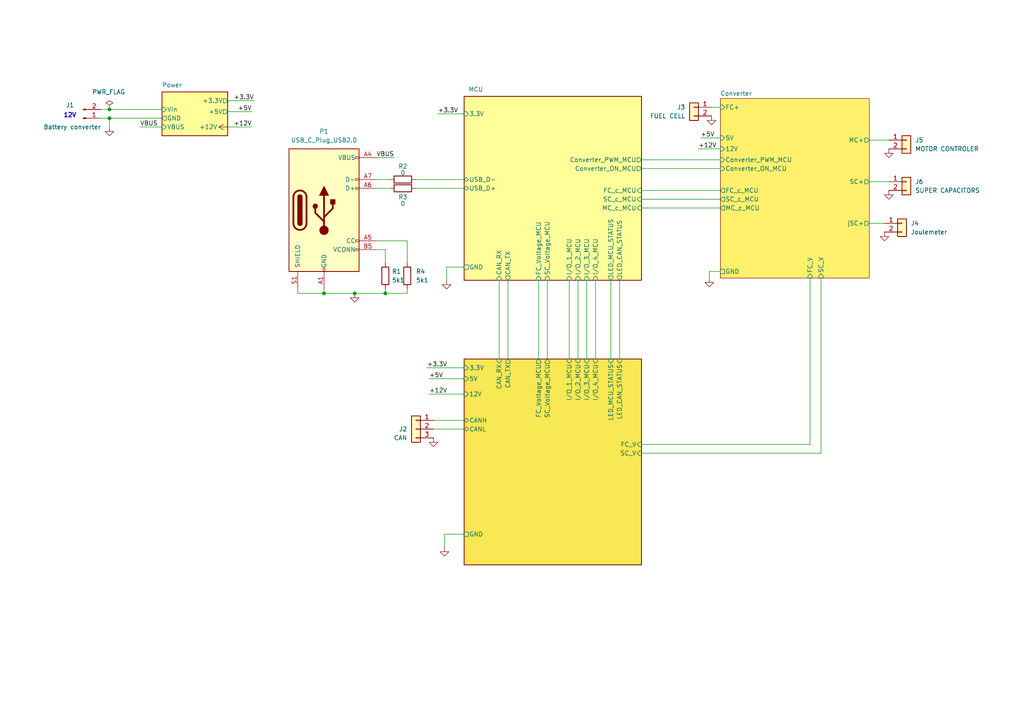
<source format=kicad_sch>
(kicad_sch (version 20230121) (generator eeschema)

  (uuid c9ad7189-d3b2-414a-9743-efd8e57cd755)

  (paper "A4")

  (title_block
    (title "Fuel Cell Control Unit  (FCCU)")
    (date "2024-01-24")
    (rev "1")
    (company "Hydrogreen Pollub")
  )

  (lib_symbols
    (symbol "Connector:Conn_01x02_Pin" (pin_names (offset 1.016) hide) (in_bom yes) (on_board yes)
      (property "Reference" "J" (at 0 2.54 0)
        (effects (font (size 1.27 1.27)))
      )
      (property "Value" "Conn_01x02_Pin" (at 0 -5.08 0)
        (effects (font (size 1.27 1.27)))
      )
      (property "Footprint" "" (at 0 0 0)
        (effects (font (size 1.27 1.27)) hide)
      )
      (property "Datasheet" "~" (at 0 0 0)
        (effects (font (size 1.27 1.27)) hide)
      )
      (property "ki_locked" "" (at 0 0 0)
        (effects (font (size 1.27 1.27)))
      )
      (property "ki_keywords" "connector" (at 0 0 0)
        (effects (font (size 1.27 1.27)) hide)
      )
      (property "ki_description" "Generic connector, single row, 01x02, script generated" (at 0 0 0)
        (effects (font (size 1.27 1.27)) hide)
      )
      (property "ki_fp_filters" "Connector*:*_1x??_*" (at 0 0 0)
        (effects (font (size 1.27 1.27)) hide)
      )
      (symbol "Conn_01x02_Pin_1_1"
        (polyline
          (pts
            (xy 1.27 -2.54)
            (xy 0.8636 -2.54)
          )
          (stroke (width 0.1524) (type default))
          (fill (type none))
        )
        (polyline
          (pts
            (xy 1.27 0)
            (xy 0.8636 0)
          )
          (stroke (width 0.1524) (type default))
          (fill (type none))
        )
        (rectangle (start 0.8636 -2.413) (end 0 -2.667)
          (stroke (width 0.1524) (type default))
          (fill (type outline))
        )
        (rectangle (start 0.8636 0.127) (end 0 -0.127)
          (stroke (width 0.1524) (type default))
          (fill (type outline))
        )
        (pin passive line (at 5.08 0 180) (length 3.81)
          (name "Pin_1" (effects (font (size 1.27 1.27))))
          (number "1" (effects (font (size 1.27 1.27))))
        )
        (pin passive line (at 5.08 -2.54 180) (length 3.81)
          (name "Pin_2" (effects (font (size 1.27 1.27))))
          (number "2" (effects (font (size 1.27 1.27))))
        )
      )
    )
    (symbol "Connector:USB_C_Plug_USB2.0" (pin_names (offset 1.016)) (in_bom yes) (on_board yes)
      (property "Reference" "P2" (at 0 22.86 0)
        (effects (font (size 1.27 1.27)))
      )
      (property "Value" "USB_C_Plug_USB2.0" (at 0 20.32 0)
        (effects (font (size 1.27 1.27)))
      )
      (property "Footprint" "" (at 3.81 0 0)
        (effects (font (size 1.27 1.27)) hide)
      )
      (property "Datasheet" "https://www.usb.org/sites/default/files/documents/usb_type-c.zip" (at 3.81 0 0)
        (effects (font (size 1.27 1.27)) hide)
      )
      (property "ki_keywords" "usb universal serial bus type-C USB2.0" (at 0 0 0)
        (effects (font (size 1.27 1.27)) hide)
      )
      (property "ki_description" "USB 2.0-only Type-C Plug connector" (at 0 0 0)
        (effects (font (size 1.27 1.27)) hide)
      )
      (property "ki_fp_filters" "USB*C*Plug*" (at 0 0 0)
        (effects (font (size 1.27 1.27)) hide)
      )
      (symbol "USB_C_Plug_USB2.0_0_0"
        (rectangle (start -0.254 -17.78) (end 0.254 -16.764)
          (stroke (width 0) (type default))
          (fill (type none))
        )
        (rectangle (start 10.16 -11.176) (end 9.144 -11.684)
          (stroke (width 0) (type default))
          (fill (type none))
        )
        (rectangle (start 10.16 -8.636) (end 9.144 -9.144)
          (stroke (width 0) (type default))
          (fill (type none))
        )
        (rectangle (start 10.16 6.604) (end 9.144 6.096)
          (stroke (width 0) (type default))
          (fill (type none))
        )
        (rectangle (start 10.16 9.144) (end 9.144 8.636)
          (stroke (width 0) (type default))
          (fill (type none))
        )
        (rectangle (start 10.16 15.494) (end 9.144 14.986)
          (stroke (width 0) (type default))
          (fill (type none))
        )
      )
      (symbol "USB_C_Plug_USB2.0_0_1"
        (rectangle (start -10.16 17.78) (end 10.16 -17.78)
          (stroke (width 0.254) (type default))
          (fill (type background))
        )
        (arc (start -8.89 -3.81) (mid -6.985 -5.7067) (end -5.08 -3.81)
          (stroke (width 0.508) (type default))
          (fill (type none))
        )
        (arc (start -7.62 -3.81) (mid -6.985 -4.4423) (end -6.35 -3.81)
          (stroke (width 0.254) (type default))
          (fill (type none))
        )
        (arc (start -7.62 -3.81) (mid -6.985 -4.4423) (end -6.35 -3.81)
          (stroke (width 0.254) (type default))
          (fill (type outline))
        )
        (rectangle (start -7.62 -3.81) (end -6.35 3.81)
          (stroke (width 0.254) (type default))
          (fill (type outline))
        )
        (arc (start -6.35 3.81) (mid -6.985 4.4423) (end -7.62 3.81)
          (stroke (width 0.254) (type default))
          (fill (type none))
        )
        (arc (start -6.35 3.81) (mid -6.985 4.4423) (end -7.62 3.81)
          (stroke (width 0.254) (type default))
          (fill (type outline))
        )
        (arc (start -5.08 3.81) (mid -6.985 5.7067) (end -8.89 3.81)
          (stroke (width 0.508) (type default))
          (fill (type none))
        )
        (circle (center -2.54 1.143) (radius 0.635)
          (stroke (width 0.254) (type default))
          (fill (type outline))
        )
        (circle (center 0 -5.842) (radius 1.27)
          (stroke (width 0) (type default))
          (fill (type outline))
        )
        (polyline
          (pts
            (xy -8.89 -3.81)
            (xy -8.89 3.81)
          )
          (stroke (width 0.508) (type default))
          (fill (type none))
        )
        (polyline
          (pts
            (xy -5.08 3.81)
            (xy -5.08 -3.81)
          )
          (stroke (width 0.508) (type default))
          (fill (type none))
        )
        (polyline
          (pts
            (xy 0 -5.842)
            (xy 0 4.318)
          )
          (stroke (width 0.508) (type default))
          (fill (type none))
        )
        (polyline
          (pts
            (xy 0 -3.302)
            (xy -2.54 -0.762)
            (xy -2.54 0.508)
          )
          (stroke (width 0.508) (type default))
          (fill (type none))
        )
        (polyline
          (pts
            (xy 0 -2.032)
            (xy 2.54 0.508)
            (xy 2.54 1.778)
          )
          (stroke (width 0.508) (type default))
          (fill (type none))
        )
        (polyline
          (pts
            (xy -1.27 4.318)
            (xy 0 6.858)
            (xy 1.27 4.318)
            (xy -1.27 4.318)
          )
          (stroke (width 0.254) (type default))
          (fill (type outline))
        )
        (rectangle (start 1.905 1.778) (end 3.175 3.048)
          (stroke (width 0.254) (type default))
          (fill (type outline))
        )
      )
      (symbol "USB_C_Plug_USB2.0_1_1"
        (pin passive line (at 0 -22.86 90) (length 5.08)
          (name "GND" (effects (font (size 1.27 1.27))))
          (number "A1" (effects (font (size 1.27 1.27))))
        )
        (pin passive line (at 0 -22.86 90) (length 5.08) hide
          (name "GND" (effects (font (size 1.27 1.27))))
          (number "A12" (effects (font (size 1.27 1.27))))
        )
        (pin passive line (at 15.24 15.24 180) (length 5.08)
          (name "VBUS" (effects (font (size 1.27 1.27))))
          (number "A4" (effects (font (size 1.27 1.27))))
        )
        (pin bidirectional line (at 15.24 -8.89 180) (length 5.08)
          (name "CC" (effects (font (size 1.27 1.27))))
          (number "A5" (effects (font (size 1.27 1.27))))
        )
        (pin bidirectional line (at 15.24 6.35 180) (length 5.08)
          (name "D+" (effects (font (size 1.27 1.27))))
          (number "A6" (effects (font (size 1.27 1.27))))
        )
        (pin bidirectional line (at 15.24 8.89 180) (length 5.08)
          (name "D-" (effects (font (size 1.27 1.27))))
          (number "A7" (effects (font (size 1.27 1.27))))
        )
        (pin passive line (at 15.24 15.24 180) (length 5.08) hide
          (name "VBUS" (effects (font (size 1.27 1.27))))
          (number "A9" (effects (font (size 1.27 1.27))))
        )
        (pin passive line (at 0 -22.86 90) (length 5.08) hide
          (name "GND" (effects (font (size 1.27 1.27))))
          (number "B1" (effects (font (size 1.27 1.27))))
        )
        (pin passive line (at 0 -22.86 90) (length 5.08) hide
          (name "GND" (effects (font (size 1.27 1.27))))
          (number "B12" (effects (font (size 1.27 1.27))))
        )
        (pin passive line (at 15.24 15.24 180) (length 5.08) hide
          (name "VBUS" (effects (font (size 1.27 1.27))))
          (number "B4" (effects (font (size 1.27 1.27))))
        )
        (pin bidirectional line (at 15.24 -11.43 180) (length 5.08)
          (name "VCONN" (effects (font (size 1.27 1.27))))
          (number "B5" (effects (font (size 1.27 1.27))))
        )
        (pin passive line (at 15.24 15.24 180) (length 5.08) hide
          (name "VBUS" (effects (font (size 1.27 1.27))))
          (number "B9" (effects (font (size 1.27 1.27))))
        )
        (pin passive line (at -7.62 -22.86 90) (length 5.08)
          (name "SHIELD" (effects (font (size 1.27 1.27))))
          (number "S1" (effects (font (size 1.27 1.27))))
        )
      )
    )
    (symbol "Connector_Generic:Conn_01x02" (pin_names (offset 1.016) hide) (in_bom yes) (on_board yes)
      (property "Reference" "J" (at 0 2.54 0)
        (effects (font (size 1.27 1.27)))
      )
      (property "Value" "Conn_01x02" (at 0 -5.08 0)
        (effects (font (size 1.27 1.27)))
      )
      (property "Footprint" "" (at 0 0 0)
        (effects (font (size 1.27 1.27)) hide)
      )
      (property "Datasheet" "~" (at 0 0 0)
        (effects (font (size 1.27 1.27)) hide)
      )
      (property "ki_keywords" "connector" (at 0 0 0)
        (effects (font (size 1.27 1.27)) hide)
      )
      (property "ki_description" "Generic connector, single row, 01x02, script generated (kicad-library-utils/schlib/autogen/connector/)" (at 0 0 0)
        (effects (font (size 1.27 1.27)) hide)
      )
      (property "ki_fp_filters" "Connector*:*_1x??_*" (at 0 0 0)
        (effects (font (size 1.27 1.27)) hide)
      )
      (symbol "Conn_01x02_1_1"
        (rectangle (start -1.27 -2.413) (end 0 -2.667)
          (stroke (width 0.1524) (type default))
          (fill (type none))
        )
        (rectangle (start -1.27 0.127) (end 0 -0.127)
          (stroke (width 0.1524) (type default))
          (fill (type none))
        )
        (rectangle (start -1.27 1.27) (end 1.27 -3.81)
          (stroke (width 0.254) (type default))
          (fill (type background))
        )
        (pin passive line (at -5.08 0 0) (length 3.81)
          (name "Pin_1" (effects (font (size 1.27 1.27))))
          (number "1" (effects (font (size 1.27 1.27))))
        )
        (pin passive line (at -5.08 -2.54 0) (length 3.81)
          (name "Pin_2" (effects (font (size 1.27 1.27))))
          (number "2" (effects (font (size 1.27 1.27))))
        )
      )
    )
    (symbol "Connector_Generic:Conn_01x03" (pin_names (offset 1.016) hide) (in_bom yes) (on_board yes)
      (property "Reference" "J" (at 0 5.08 0)
        (effects (font (size 1.27 1.27)))
      )
      (property "Value" "Conn_01x03" (at 0 -5.08 0)
        (effects (font (size 1.27 1.27)))
      )
      (property "Footprint" "" (at 0 0 0)
        (effects (font (size 1.27 1.27)) hide)
      )
      (property "Datasheet" "~" (at 0 0 0)
        (effects (font (size 1.27 1.27)) hide)
      )
      (property "ki_keywords" "connector" (at 0 0 0)
        (effects (font (size 1.27 1.27)) hide)
      )
      (property "ki_description" "Generic connector, single row, 01x03, script generated (kicad-library-utils/schlib/autogen/connector/)" (at 0 0 0)
        (effects (font (size 1.27 1.27)) hide)
      )
      (property "ki_fp_filters" "Connector*:*_1x??_*" (at 0 0 0)
        (effects (font (size 1.27 1.27)) hide)
      )
      (symbol "Conn_01x03_1_1"
        (rectangle (start -1.27 -2.413) (end 0 -2.667)
          (stroke (width 0.1524) (type default))
          (fill (type none))
        )
        (rectangle (start -1.27 0.127) (end 0 -0.127)
          (stroke (width 0.1524) (type default))
          (fill (type none))
        )
        (rectangle (start -1.27 2.667) (end 0 2.413)
          (stroke (width 0.1524) (type default))
          (fill (type none))
        )
        (rectangle (start -1.27 3.81) (end 1.27 -3.81)
          (stroke (width 0.254) (type default))
          (fill (type background))
        )
        (pin passive line (at -5.08 2.54 0) (length 3.81)
          (name "Pin_1" (effects (font (size 1.27 1.27))))
          (number "1" (effects (font (size 1.27 1.27))))
        )
        (pin passive line (at -5.08 0 0) (length 3.81)
          (name "Pin_2" (effects (font (size 1.27 1.27))))
          (number "2" (effects (font (size 1.27 1.27))))
        )
        (pin passive line (at -5.08 -2.54 0) (length 3.81)
          (name "Pin_3" (effects (font (size 1.27 1.27))))
          (number "3" (effects (font (size 1.27 1.27))))
        )
      )
    )
    (symbol "Device:R" (pin_numbers hide) (pin_names (offset 0)) (in_bom yes) (on_board yes)
      (property "Reference" "R" (at 2.032 0 90)
        (effects (font (size 1.27 1.27)))
      )
      (property "Value" "R" (at 0 0 90)
        (effects (font (size 1.27 1.27)))
      )
      (property "Footprint" "" (at -1.778 0 90)
        (effects (font (size 1.27 1.27)) hide)
      )
      (property "Datasheet" "~" (at 0 0 0)
        (effects (font (size 1.27 1.27)) hide)
      )
      (property "ki_keywords" "R res resistor" (at 0 0 0)
        (effects (font (size 1.27 1.27)) hide)
      )
      (property "ki_description" "Resistor" (at 0 0 0)
        (effects (font (size 1.27 1.27)) hide)
      )
      (property "ki_fp_filters" "R_*" (at 0 0 0)
        (effects (font (size 1.27 1.27)) hide)
      )
      (symbol "R_0_1"
        (rectangle (start -1.016 -2.54) (end 1.016 2.54)
          (stroke (width 0.254) (type default))
          (fill (type none))
        )
      )
      (symbol "R_1_1"
        (pin passive line (at 0 3.81 270) (length 1.27)
          (name "~" (effects (font (size 1.27 1.27))))
          (number "1" (effects (font (size 1.27 1.27))))
        )
        (pin passive line (at 0 -3.81 90) (length 1.27)
          (name "~" (effects (font (size 1.27 1.27))))
          (number "2" (effects (font (size 1.27 1.27))))
        )
      )
    )
    (symbol "power:+12V" (power) (pin_names (offset 0)) (in_bom yes) (on_board yes)
      (property "Reference" "#PWR" (at 0 -3.81 0)
        (effects (font (size 1.27 1.27)) hide)
      )
      (property "Value" "+12V" (at 0 3.556 0)
        (effects (font (size 1.27 1.27)))
      )
      (property "Footprint" "" (at 0 0 0)
        (effects (font (size 1.27 1.27)) hide)
      )
      (property "Datasheet" "" (at 0 0 0)
        (effects (font (size 1.27 1.27)) hide)
      )
      (property "ki_keywords" "global power" (at 0 0 0)
        (effects (font (size 1.27 1.27)) hide)
      )
      (property "ki_description" "Power symbol creates a global label with name \"+12V\"" (at 0 0 0)
        (effects (font (size 1.27 1.27)) hide)
      )
      (symbol "+12V_0_1"
        (polyline
          (pts
            (xy -0.762 1.27)
            (xy 0 2.54)
          )
          (stroke (width 0) (type default))
          (fill (type none))
        )
        (polyline
          (pts
            (xy 0 0)
            (xy 0 2.54)
          )
          (stroke (width 0) (type default))
          (fill (type none))
        )
        (polyline
          (pts
            (xy 0 2.54)
            (xy 0.762 1.27)
          )
          (stroke (width 0) (type default))
          (fill (type none))
        )
      )
      (symbol "+12V_1_1"
        (pin power_in line (at 0 0 90) (length 0) hide
          (name "+12V" (effects (font (size 1.27 1.27))))
          (number "1" (effects (font (size 1.27 1.27))))
        )
      )
    )
    (symbol "power:GND" (power) (pin_names (offset 0)) (in_bom yes) (on_board yes)
      (property "Reference" "#PWR" (at 0 -6.35 0)
        (effects (font (size 1.27 1.27)) hide)
      )
      (property "Value" "GND" (at 0 -3.81 0)
        (effects (font (size 1.27 1.27)))
      )
      (property "Footprint" "" (at 0 0 0)
        (effects (font (size 1.27 1.27)) hide)
      )
      (property "Datasheet" "" (at 0 0 0)
        (effects (font (size 1.27 1.27)) hide)
      )
      (property "ki_keywords" "global power" (at 0 0 0)
        (effects (font (size 1.27 1.27)) hide)
      )
      (property "ki_description" "Power symbol creates a global label with name \"GND\" , ground" (at 0 0 0)
        (effects (font (size 1.27 1.27)) hide)
      )
      (symbol "GND_0_1"
        (polyline
          (pts
            (xy 0 0)
            (xy 0 -1.27)
            (xy 1.27 -1.27)
            (xy 0 -2.54)
            (xy -1.27 -1.27)
            (xy 0 -1.27)
          )
          (stroke (width 0) (type default))
          (fill (type none))
        )
      )
      (symbol "GND_1_1"
        (pin power_in line (at 0 0 270) (length 0) hide
          (name "GND" (effects (font (size 1.27 1.27))))
          (number "1" (effects (font (size 1.27 1.27))))
        )
      )
    )
    (symbol "power:PWR_FLAG" (power) (pin_numbers hide) (pin_names (offset 0) hide) (in_bom yes) (on_board yes)
      (property "Reference" "#FLG" (at 0 1.905 0)
        (effects (font (size 1.27 1.27)) hide)
      )
      (property "Value" "PWR_FLAG" (at 0 3.81 0)
        (effects (font (size 1.27 1.27)))
      )
      (property "Footprint" "" (at 0 0 0)
        (effects (font (size 1.27 1.27)) hide)
      )
      (property "Datasheet" "~" (at 0 0 0)
        (effects (font (size 1.27 1.27)) hide)
      )
      (property "ki_keywords" "flag power" (at 0 0 0)
        (effects (font (size 1.27 1.27)) hide)
      )
      (property "ki_description" "Special symbol for telling ERC where power comes from" (at 0 0 0)
        (effects (font (size 1.27 1.27)) hide)
      )
      (symbol "PWR_FLAG_0_0"
        (pin power_out line (at 0 0 90) (length 0)
          (name "pwr" (effects (font (size 1.27 1.27))))
          (number "1" (effects (font (size 1.27 1.27))))
        )
      )
      (symbol "PWR_FLAG_0_1"
        (polyline
          (pts
            (xy 0 0)
            (xy 0 1.27)
            (xy -1.016 1.905)
            (xy 0 2.54)
            (xy 1.016 1.905)
            (xy 0 1.27)
          )
          (stroke (width 0) (type default))
          (fill (type none))
        )
      )
    )
  )

  (junction (at 31.75 34.29) (diameter 0) (color 0 0 0 0)
    (uuid 1fe2e4c0-8ac2-4653-9067-dfaa10daaa07)
  )
  (junction (at 102.87 85.09) (diameter 0) (color 0 0 0 0)
    (uuid 2318c85a-4716-451a-897b-48d89006014c)
  )
  (junction (at 93.98 85.09) (diameter 0) (color 0 0 0 0)
    (uuid 9bc4e184-de5d-4273-9eda-1f8d1021f5b1)
  )
  (junction (at 31.75 31.75) (diameter 0) (color 0 0 0 0)
    (uuid af89a8a5-b500-4a9f-82b3-c3687690212b)
  )
  (junction (at 111.76 85.09) (diameter 0) (color 0 0 0 0)
    (uuid d9f64f6c-4daf-4316-a1de-9145aae13123)
  )

  (wire (pts (xy 111.76 72.39) (xy 111.76 76.2))
    (stroke (width 0) (type default))
    (uuid 00c997d8-a960-4430-ae6d-d5e68fced719)
  )
  (wire (pts (xy 102.87 85.09) (xy 111.76 85.09))
    (stroke (width 0) (type default))
    (uuid 110b04c6-0d5d-488c-8483-6498b626d05e)
  )
  (wire (pts (xy 31.75 34.29) (xy 46.99 34.29))
    (stroke (width 0) (type default))
    (uuid 1357a03c-4278-47ee-87d3-d3e81aa2e5d2)
  )
  (wire (pts (xy 128.905 154.94) (xy 134.62 154.94))
    (stroke (width 0) (type default))
    (uuid 1534854e-fde0-4e0d-b01c-a84676097b10)
  )
  (wire (pts (xy 109.22 52.07) (xy 113.03 52.07))
    (stroke (width 0) (type default))
    (uuid 17317579-6caa-4573-a753-93af52d27bdd)
  )
  (wire (pts (xy 252.095 52.705) (xy 257.81 52.705))
    (stroke (width 0) (type default))
    (uuid 2078a485-ff8e-47f6-92f1-1b289c61a8ba)
  )
  (wire (pts (xy 102.87 85.09) (xy 93.98 85.09))
    (stroke (width 0) (type default))
    (uuid 23d76f12-2c90-4152-bb64-a0661dff4fc8)
  )
  (wire (pts (xy 234.95 128.905) (xy 186.055 128.905))
    (stroke (width 0) (type default))
    (uuid 23de41dc-f7fd-411d-88fd-cb95713c056b)
  )
  (wire (pts (xy 186.055 55.245) (xy 208.915 55.245))
    (stroke (width 0) (type default))
    (uuid 25c02f82-4698-4a40-97a2-0c83d4574c05)
  )
  (wire (pts (xy 144.78 81.28) (xy 144.78 104.14))
    (stroke (width 0) (type default))
    (uuid 2f5fa27d-e81c-471f-9a80-beaea80ff2a3)
  )
  (wire (pts (xy 125.73 121.92) (xy 134.62 121.92))
    (stroke (width 0) (type default))
    (uuid 38098371-8fe4-438f-abae-d28603c2e0a5)
  )
  (wire (pts (xy 158.75 81.28) (xy 158.75 104.14))
    (stroke (width 0) (type default))
    (uuid 3885bdab-4c8a-4ed9-948d-7b2482bef840)
  )
  (wire (pts (xy 111.76 85.09) (xy 118.11 85.09))
    (stroke (width 0) (type default))
    (uuid 3b8ccb92-873f-4c71-bfa2-10d46176fafa)
  )
  (wire (pts (xy 252.095 40.64) (xy 257.81 40.64))
    (stroke (width 0) (type default))
    (uuid 3c25d339-c417-4098-81ac-4c5ba0492853)
  )
  (wire (pts (xy 66.04 32.385) (xy 73.025 32.385))
    (stroke (width 0) (type default))
    (uuid 4385b369-3cf9-44fe-8692-de8243de655e)
  )
  (wire (pts (xy 73.025 36.83) (xy 66.04 36.83))
    (stroke (width 0) (type default))
    (uuid 48b5fa07-07cd-4d1d-9c3e-17aaee7d172e)
  )
  (wire (pts (xy 234.95 80.645) (xy 234.95 128.905))
    (stroke (width 0) (type default))
    (uuid 48d655a4-5309-453e-b564-00a955bea69a)
  )
  (wire (pts (xy 172.72 81.28) (xy 172.72 104.14))
    (stroke (width 0) (type default))
    (uuid 48f75a84-e961-4d7e-b8af-9103ea7a2456)
  )
  (wire (pts (xy 238.125 80.645) (xy 238.125 131.445))
    (stroke (width 0) (type default))
    (uuid 54101ece-f03a-4d7a-89fe-31d4859f4060)
  )
  (wire (pts (xy 86.36 85.09) (xy 93.98 85.09))
    (stroke (width 0) (type default))
    (uuid 566a1440-3d1f-4e46-a3fa-8950e435b3ed)
  )
  (wire (pts (xy 165.1 81.28) (xy 165.1 104.14))
    (stroke (width 0) (type default))
    (uuid 5710b12d-8f09-40ec-b131-61df196893bf)
  )
  (wire (pts (xy 129.54 77.47) (xy 129.54 81.28))
    (stroke (width 0) (type default))
    (uuid 57fc15f1-fdff-47fa-a4bf-b417ddea044f)
  )
  (wire (pts (xy 147.32 81.28) (xy 147.32 104.14))
    (stroke (width 0) (type default))
    (uuid 6217afbd-633b-4ec7-b8f6-de1cc58d1ea8)
  )
  (wire (pts (xy 118.11 85.09) (xy 118.11 83.82))
    (stroke (width 0) (type default))
    (uuid 64ed2622-fbf1-46ea-af25-7cf4e76b1ad5)
  )
  (wire (pts (xy 29.21 31.75) (xy 31.75 31.75))
    (stroke (width 0) (type default))
    (uuid 680b2bbc-b7c5-4130-b722-1fea89741aa2)
  )
  (wire (pts (xy 124.46 114.3) (xy 134.62 114.3))
    (stroke (width 0) (type default))
    (uuid 74d2316a-7651-43a6-8fde-fd310370c1a8)
  )
  (wire (pts (xy 29.21 34.29) (xy 31.75 34.29))
    (stroke (width 0) (type default))
    (uuid 75099068-727b-485d-8e05-acb5a665e4ca)
  )
  (wire (pts (xy 202.565 43.18) (xy 208.915 43.18))
    (stroke (width 0) (type default))
    (uuid 7831e89e-7ca1-4f8a-a619-3393e367ba93)
  )
  (wire (pts (xy 238.125 131.445) (xy 186.055 131.445))
    (stroke (width 0) (type default))
    (uuid 7b0eb002-7fc6-4d1a-9af2-9f8bf7eee7aa)
  )
  (wire (pts (xy 179.705 81.28) (xy 179.705 104.14))
    (stroke (width 0) (type default))
    (uuid 7bed4911-cf41-4528-a9ba-88262a19c934)
  )
  (wire (pts (xy 252.095 64.77) (xy 256.54 64.77))
    (stroke (width 0) (type default))
    (uuid 7f8de924-d58b-4232-9c87-fa512e2043db)
  )
  (wire (pts (xy 123.825 106.68) (xy 134.62 106.68))
    (stroke (width 0) (type default))
    (uuid 92496af9-3c91-4069-b3f1-2a5b70597bd6)
  )
  (wire (pts (xy 124.46 109.855) (xy 134.62 109.855))
    (stroke (width 0) (type default))
    (uuid 93548d1d-8ce8-4472-8b47-cbfd05107a92)
  )
  (wire (pts (xy 109.22 69.85) (xy 118.11 69.85))
    (stroke (width 0) (type default))
    (uuid 960c40e5-a133-4e40-9c58-e6c1dd152b82)
  )
  (wire (pts (xy 109.22 72.39) (xy 111.76 72.39))
    (stroke (width 0) (type default))
    (uuid 96f7478e-b231-4d0a-aabc-a6d337cfb9d3)
  )
  (wire (pts (xy 170.18 81.28) (xy 170.18 104.14))
    (stroke (width 0) (type default))
    (uuid 9eb5a57d-c220-4d25-9824-d2467d35277c)
  )
  (wire (pts (xy 156.21 81.28) (xy 156.21 104.14))
    (stroke (width 0) (type default))
    (uuid a9a4ffc3-2ac7-4bc8-a16b-8fca7e42a057)
  )
  (wire (pts (xy 186.055 60.325) (xy 208.915 60.325))
    (stroke (width 0) (type default))
    (uuid aa75ee5c-fa47-4fba-923b-54923522de96)
  )
  (wire (pts (xy 186.055 46.355) (xy 208.915 46.355))
    (stroke (width 0) (type default))
    (uuid aa88ae84-ecb0-4f19-96de-d2b81fd63c2c)
  )
  (wire (pts (xy 177.165 81.28) (xy 177.165 104.14))
    (stroke (width 0) (type default))
    (uuid ac144458-157a-4065-b6bf-ccd191ca3644)
  )
  (wire (pts (xy 40.64 36.83) (xy 46.99 36.83))
    (stroke (width 0) (type default))
    (uuid b2396121-385e-4814-9065-1c6e653dd722)
  )
  (wire (pts (xy 66.04 29.21) (xy 73.66 29.21))
    (stroke (width 0) (type default))
    (uuid beaf3847-4e84-400a-bc20-ec04bd92eede)
  )
  (wire (pts (xy 128.905 158.75) (xy 128.905 154.94))
    (stroke (width 0) (type default))
    (uuid c0a3ed26-d143-42cf-9bdb-8ce6fb0d6151)
  )
  (wire (pts (xy 31.75 34.29) (xy 31.75 36.83))
    (stroke (width 0) (type default))
    (uuid c0cbb355-65ae-4121-a179-a9fed1451c73)
  )
  (wire (pts (xy 186.055 48.895) (xy 208.915 48.895))
    (stroke (width 0) (type default))
    (uuid c1d6fd3b-c1b9-4c6a-9d93-b388a3b07235)
  )
  (wire (pts (xy 206.375 31.115) (xy 208.915 31.115))
    (stroke (width 0) (type default))
    (uuid c61aef35-153c-4ff7-a0f1-dfb6e7968269)
  )
  (wire (pts (xy 125.73 124.46) (xy 134.62 124.46))
    (stroke (width 0) (type default))
    (uuid cf8ea6a1-b352-4317-a942-922acfbfda58)
  )
  (wire (pts (xy 205.74 78.74) (xy 208.915 78.74))
    (stroke (width 0) (type default))
    (uuid d925f761-c18a-4806-b9ce-e23eada3aeaa)
  )
  (wire (pts (xy 120.65 52.07) (xy 134.62 52.07))
    (stroke (width 0) (type default))
    (uuid d9f3ebc8-b0dd-43f7-8810-e08d95430274)
  )
  (wire (pts (xy 86.36 85.09) (xy 86.36 83.82))
    (stroke (width 0) (type default))
    (uuid df5a3b3a-40fa-4305-85ce-d2e8ce6cd997)
  )
  (wire (pts (xy 134.62 77.47) (xy 129.54 77.47))
    (stroke (width 0) (type default))
    (uuid e0646903-e119-479a-bd6c-9b274a182016)
  )
  (wire (pts (xy 205.74 78.74) (xy 205.74 80.645))
    (stroke (width 0) (type default))
    (uuid e176f78b-2f28-45fe-850b-8fdc3397a2fa)
  )
  (wire (pts (xy 120.65 54.61) (xy 134.62 54.61))
    (stroke (width 0) (type default))
    (uuid e7ad9aa9-4a89-4e30-a9c6-f45983d69fed)
  )
  (wire (pts (xy 31.75 31.75) (xy 46.99 31.75))
    (stroke (width 0) (type default))
    (uuid edd8887e-a58b-4512-b434-5316b4cbaf2b)
  )
  (wire (pts (xy 114.3 45.72) (xy 109.22 45.72))
    (stroke (width 0) (type default))
    (uuid ee35f1d2-6c85-4948-8273-55bcfafe478f)
  )
  (wire (pts (xy 134.62 33.02) (xy 127 33.02))
    (stroke (width 0) (type default))
    (uuid eed6b3a8-db27-4fd8-ae69-b4775affe8de)
  )
  (wire (pts (xy 186.055 57.785) (xy 208.915 57.785))
    (stroke (width 0) (type default))
    (uuid ef77d4c6-a599-4759-8245-85b7af535963)
  )
  (wire (pts (xy 109.22 54.61) (xy 113.03 54.61))
    (stroke (width 0) (type default))
    (uuid f653f8f6-2ea3-4da8-b358-4c5fa2c535bc)
  )
  (wire (pts (xy 167.64 81.28) (xy 167.64 104.14))
    (stroke (width 0) (type default))
    (uuid f8cee50c-a70c-4cc8-8b5b-8c9836af07f4)
  )
  (wire (pts (xy 93.98 85.09) (xy 93.98 83.82))
    (stroke (width 0) (type default))
    (uuid f91470d3-a33e-4761-ae92-3a213075dfcc)
  )
  (wire (pts (xy 118.11 69.85) (xy 118.11 76.2))
    (stroke (width 0) (type default))
    (uuid fa76d7bf-b125-40f1-be57-278b51453ba3)
  )
  (wire (pts (xy 111.76 83.82) (xy 111.76 85.09))
    (stroke (width 0) (type default))
    (uuid fb36ee46-1022-48c0-a518-e13bcb1700f9)
  )
  (wire (pts (xy 208.915 40.005) (xy 203.2 40.005))
    (stroke (width 0) (type default))
    (uuid fe3a1288-c6ad-4a2c-b492-fe1cffd45922)
  )

  (text "12V" (at 22.225 34.29 0)
    (effects (font (size 1.27 1.27) (thickness 0.254) bold) (justify right bottom))
    (uuid 85c8e60b-1ce3-40b5-8871-60ef7f537a98)
  )

  (label "+5V" (at 203.2 40.005 0) (fields_autoplaced)
    (effects (font (size 1.27 1.27)) (justify left bottom))
    (uuid 0261e875-b199-4f3d-b7db-19d9ba20cdf3)
  )
  (label "+3.3V" (at 73.66 29.21 180) (fields_autoplaced)
    (effects (font (size 1.27 1.27)) (justify right bottom))
    (uuid 3af43c1b-d224-4da3-a302-90d20fdf79dc)
  )
  (label "+5V" (at 124.46 109.855 0) (fields_autoplaced)
    (effects (font (size 1.27 1.27)) (justify left bottom))
    (uuid 417bc6b5-5cb4-487f-8aec-fc62943e288a)
  )
  (label "+5V" (at 73.025 32.385 180) (fields_autoplaced)
    (effects (font (size 1.27 1.27)) (justify right bottom))
    (uuid 44db95ca-af7d-4b0a-aabf-bee6ab50a730)
  )
  (label "VBUS" (at 40.64 36.83 0) (fields_autoplaced)
    (effects (font (size 1.27 1.27)) (justify left bottom))
    (uuid 759167bd-141b-420a-be6f-4c1f626f3f23)
  )
  (label "+12V" (at 124.46 114.3 0) (fields_autoplaced)
    (effects (font (size 1.27 1.27)) (justify left bottom))
    (uuid 88024b96-7259-494f-8fec-48db1cc5aa95)
  )
  (label "+12V" (at 202.565 43.18 0) (fields_autoplaced)
    (effects (font (size 1.27 1.27)) (justify left bottom))
    (uuid 8ca9a3c1-f0d0-4bca-948b-c5bc20460ada)
  )
  (label "VBUS" (at 114.3 45.72 180) (fields_autoplaced)
    (effects (font (size 1.27 1.27)) (justify right bottom))
    (uuid c6535b10-3b7f-4b41-820e-5f543ffe45fe)
  )
  (label "+3.3V" (at 127 33.02 0) (fields_autoplaced)
    (effects (font (size 1.27 1.27)) (justify left bottom))
    (uuid db85029f-1840-4b95-8ccb-2f5f4e8fde6c)
  )
  (label "+12V" (at 73.025 36.83 180) (fields_autoplaced)
    (effects (font (size 1.27 1.27)) (justify right bottom))
    (uuid ef7c1f11-4f9d-48d5-8c04-402ddaa142da)
  )
  (label "+3.3V" (at 123.825 106.68 0) (fields_autoplaced)
    (effects (font (size 1.27 1.27)) (justify left bottom))
    (uuid f8f80f43-b957-4669-bff8-513b73db4130)
  )

  (symbol (lib_id "power:GND") (at 125.73 127 0) (unit 1)
    (in_bom yes) (on_board yes) (dnp no) (fields_autoplaced)
    (uuid 053dec0c-b105-451c-993e-c4a609fda9f6)
    (property "Reference" "#PWR04" (at 125.73 133.35 0)
      (effects (font (size 1.27 1.27)) hide)
    )
    (property "Value" "GND" (at 125.73 132.08 0)
      (effects (font (size 1.27 1.27)) hide)
    )
    (property "Footprint" "" (at 125.73 127 0)
      (effects (font (size 1.27 1.27)) hide)
    )
    (property "Datasheet" "" (at 125.73 127 0)
      (effects (font (size 1.27 1.27)) hide)
    )
    (pin "1" (uuid 2506976e-dff9-45cc-9d03-629dcbf681e9))
    (instances
      (project "schematic-main"
        (path "/c9ad7189-d3b2-414a-9743-efd8e57cd755"
          (reference "#PWR04") (unit 1)
        )
      )
    )
  )

  (symbol (lib_id "power:GND") (at 256.54 67.31 0) (unit 1)
    (in_bom yes) (on_board yes) (dnp no) (fields_autoplaced)
    (uuid 0c004495-df63-4f13-9c7c-0f630a4e53d5)
    (property "Reference" "#PWR09" (at 256.54 73.66 0)
      (effects (font (size 1.27 1.27)) hide)
    )
    (property "Value" "GND" (at 256.54 72.39 0)
      (effects (font (size 1.27 1.27)) hide)
    )
    (property "Footprint" "" (at 256.54 67.31 0)
      (effects (font (size 1.27 1.27)) hide)
    )
    (property "Datasheet" "" (at 256.54 67.31 0)
      (effects (font (size 1.27 1.27)) hide)
    )
    (pin "1" (uuid 9341978d-b25f-4809-90b4-1759eb8410b2))
    (instances
      (project "schematic-main"
        (path "/c9ad7189-d3b2-414a-9743-efd8e57cd755"
          (reference "#PWR09") (unit 1)
        )
      )
    )
  )

  (symbol (lib_id "Connector_Generic:Conn_01x02") (at 201.295 31.115 0) (mirror y) (unit 1)
    (in_bom yes) (on_board yes) (dnp no)
    (uuid 0e9fd529-3147-46ba-8415-9fdc2896b033)
    (property "Reference" "J3" (at 198.755 31.115 0)
      (effects (font (size 1.27 1.27)) (justify left))
    )
    (property "Value" "FUEL CELL" (at 198.755 33.655 0)
      (effects (font (size 1.27 1.27)) (justify left))
    )
    (property "Footprint" "library:XT30PWF" (at 201.295 31.115 0)
      (effects (font (size 1.27 1.27)) hide)
    )
    (property "Datasheet" "~" (at 201.295 31.115 0)
      (effects (font (size 1.27 1.27)) hide)
    )
    (pin "1" (uuid 97aac08c-68fa-4f34-b2b6-510cefbccb70))
    (pin "2" (uuid eaa645d6-d12c-42a5-b005-33c9b8c9258e))
    (instances
      (project "schematic-main"
        (path "/c9ad7189-d3b2-414a-9743-efd8e57cd755"
          (reference "J3") (unit 1)
        )
      )
    )
  )

  (symbol (lib_id "Connector_Generic:Conn_01x02") (at 261.62 64.77 0) (unit 1)
    (in_bom yes) (on_board yes) (dnp no)
    (uuid 0fa3105e-299c-4eb1-a681-b51559fd4722)
    (property "Reference" "J4" (at 264.16 64.77 0)
      (effects (font (size 1.27 1.27)) (justify left))
    )
    (property "Value" "Joulemeter" (at 264.16 67.31 0)
      (effects (font (size 1.27 1.27)) (justify left))
    )
    (property "Footprint" "Connector_Molex:Molex_Mini-Fit_Jr_5569-02A2_2x01_P4.20mm_Horizontal" (at 261.62 64.77 0)
      (effects (font (size 1.27 1.27)) hide)
    )
    (property "Datasheet" "~" (at 261.62 64.77 0)
      (effects (font (size 1.27 1.27)) hide)
    )
    (pin "1" (uuid 770cb1eb-6b2d-43e4-ba9c-c13a74b1f07f))
    (pin "2" (uuid 748f4de5-ad16-4256-85f8-cbe8e3bfdedd))
    (instances
      (project "schematic-main"
        (path "/c9ad7189-d3b2-414a-9743-efd8e57cd755"
          (reference "J4") (unit 1)
        )
      )
    )
  )

  (symbol (lib_id "Connector_Generic:Conn_01x02") (at 262.89 52.705 0) (unit 1)
    (in_bom yes) (on_board yes) (dnp no)
    (uuid 2161267b-152d-4ab4-b67c-f6334b750dfb)
    (property "Reference" "J6" (at 265.43 52.705 0)
      (effects (font (size 1.27 1.27)) (justify left))
    )
    (property "Value" "SUPER CAPACITORS" (at 265.43 55.245 0)
      (effects (font (size 1.27 1.27)) (justify left))
    )
    (property "Footprint" "library:XT60PWM" (at 262.89 52.705 0)
      (effects (font (size 1.27 1.27)) hide)
    )
    (property "Datasheet" "~" (at 262.89 52.705 0)
      (effects (font (size 1.27 1.27)) hide)
    )
    (pin "1" (uuid 7e449b7b-28b4-421f-b08a-65b6f5182175))
    (pin "2" (uuid 52d0f556-a3a6-4bb8-b15f-c9e483a2fef2))
    (instances
      (project "schematic-main"
        (path "/c9ad7189-d3b2-414a-9743-efd8e57cd755"
          (reference "J6") (unit 1)
        )
      )
    )
  )

  (symbol (lib_id "Connector:USB_C_Plug_USB2.0") (at 93.98 60.96 0) (unit 1)
    (in_bom yes) (on_board yes) (dnp no) (fields_autoplaced)
    (uuid 232b8fc5-bef1-48bb-8b9f-36c95c2fbc42)
    (property "Reference" "P1" (at 93.98 38.1 0)
      (effects (font (size 1.27 1.27)))
    )
    (property "Value" "USB_C_Plug_USB2.0" (at 93.98 40.64 0)
      (effects (font (size 1.27 1.27)))
    )
    (property "Footprint" "library:2169900002" (at 97.79 60.96 0)
      (effects (font (size 1.27 1.27)) hide)
    )
    (property "Datasheet" "https://www.usb.org/sites/default/files/documents/usb_type-c.zip" (at 97.79 60.96 0)
      (effects (font (size 1.27 1.27)) hide)
    )
    (pin "A1" (uuid 7bcf6a96-1a69-488c-b33c-5f31fc2980c8))
    (pin "A12" (uuid 2002e3e3-c64f-4413-8ec8-3e609c24b166))
    (pin "A4" (uuid aef117dc-6f54-4291-855d-1378c59ab027))
    (pin "A5" (uuid 7e551f2b-866e-47cf-aeb8-bfa4971a4334))
    (pin "A6" (uuid d011eee5-8b66-4756-9ef3-da1daf3b2e27))
    (pin "A7" (uuid e74888eb-f6cd-470b-809b-922e050c1d0b))
    (pin "A9" (uuid 73b9f62e-d51f-4831-ba74-0a5ca2dd6a11))
    (pin "B1" (uuid 7e1e1c85-293f-4b6d-9e94-1cd831bd6dbd))
    (pin "B12" (uuid a3b2bd0a-d3e6-4df7-a31c-179c1ca39c0d))
    (pin "B4" (uuid 61ea287d-0fcf-4fdf-97f6-9e7cf26e7a98))
    (pin "B5" (uuid af48a1bf-0d77-4793-afc2-e4877220e68c))
    (pin "B9" (uuid bbfb4916-2c71-49d0-a6d3-dc9ad8b5408d))
    (pin "S1" (uuid 72560fbe-7ac3-47a4-a986-32b0f7b9bc48))
    (instances
      (project "schematic-main"
        (path "/c9ad7189-d3b2-414a-9743-efd8e57cd755"
          (reference "P1") (unit 1)
        )
        (path "/c9ad7189-d3b2-414a-9743-efd8e57cd755/f92f58ec-64e0-437c-bc00-8ae46a3b3054"
          (reference "P1") (unit 1)
        )
      )
    )
  )

  (symbol (lib_id "power:GND") (at 257.81 55.245 0) (unit 1)
    (in_bom yes) (on_board yes) (dnp no) (fields_autoplaced)
    (uuid 4d98f4c9-3b86-41c5-8b3c-75ac0b793670)
    (property "Reference" "#PWR011" (at 257.81 61.595 0)
      (effects (font (size 1.27 1.27)) hide)
    )
    (property "Value" "GND" (at 257.81 60.325 0)
      (effects (font (size 1.27 1.27)) hide)
    )
    (property "Footprint" "" (at 257.81 55.245 0)
      (effects (font (size 1.27 1.27)) hide)
    )
    (property "Datasheet" "" (at 257.81 55.245 0)
      (effects (font (size 1.27 1.27)) hide)
    )
    (pin "1" (uuid 8d5decc5-ef57-4bf0-9e99-4788386c81d6))
    (instances
      (project "schematic-main"
        (path "/c9ad7189-d3b2-414a-9743-efd8e57cd755"
          (reference "#PWR011") (unit 1)
        )
      )
    )
  )

  (symbol (lib_id "power:+12V") (at 66.04 36.83 90) (unit 1)
    (in_bom yes) (on_board yes) (dnp no)
    (uuid 5358b0f3-990d-482c-b4c6-a288b39eec16)
    (property "Reference" "#PWR02" (at 69.85 36.83 0)
      (effects (font (size 1.27 1.27)) hide)
    )
    (property "Value" "+12V" (at 57.785 36.83 90)
      (effects (font (size 1.27 1.27)) (justify right))
    )
    (property "Footprint" "" (at 66.04 36.83 0)
      (effects (font (size 1.27 1.27)) hide)
    )
    (property "Datasheet" "" (at 66.04 36.83 0)
      (effects (font (size 1.27 1.27)) hide)
    )
    (pin "1" (uuid bace0534-9c2b-402d-95c5-48dc9a50d238))
    (instances
      (project "schematic-main"
        (path "/c9ad7189-d3b2-414a-9743-efd8e57cd755"
          (reference "#PWR02") (unit 1)
        )
      )
    )
  )

  (symbol (lib_id "power:GND") (at 128.905 158.75 0) (unit 1)
    (in_bom yes) (on_board yes) (dnp no) (fields_autoplaced)
    (uuid 6207181b-a0da-4a20-b8b9-c7566b7b4cd3)
    (property "Reference" "#PWR05" (at 128.905 165.1 0)
      (effects (font (size 1.27 1.27)) hide)
    )
    (property "Value" "GND" (at 128.905 163.83 0)
      (effects (font (size 1.27 1.27)) hide)
    )
    (property "Footprint" "" (at 128.905 158.75 0)
      (effects (font (size 1.27 1.27)) hide)
    )
    (property "Datasheet" "" (at 128.905 158.75 0)
      (effects (font (size 1.27 1.27)) hide)
    )
    (pin "1" (uuid cb05900d-0440-453a-ad30-af4916b34b07))
    (instances
      (project "schematic-main"
        (path "/c9ad7189-d3b2-414a-9743-efd8e57cd755"
          (reference "#PWR05") (unit 1)
        )
      )
    )
  )

  (symbol (lib_id "Device:R") (at 116.84 54.61 90) (unit 1)
    (in_bom yes) (on_board yes) (dnp no)
    (uuid 68062463-4695-4310-81d7-7f7aad5c48e8)
    (property "Reference" "R3" (at 116.84 57.15 90)
      (effects (font (size 1.27 1.27)))
    )
    (property "Value" "0" (at 116.84 59.055 90)
      (effects (font (size 1.27 1.27)))
    )
    (property "Footprint" "Resistor_SMD:R_1206_3216Metric" (at 116.84 56.388 90)
      (effects (font (size 1.27 1.27)) hide)
    )
    (property "Datasheet" "~" (at 116.84 54.61 0)
      (effects (font (size 1.27 1.27)) hide)
    )
    (pin "1" (uuid 602bd34d-f50a-4ca4-8831-17aa99240b0c))
    (pin "2" (uuid 6c55070a-1972-4afb-bb8b-954432c12b7b))
    (instances
      (project "schematic-main"
        (path "/c9ad7189-d3b2-414a-9743-efd8e57cd755"
          (reference "R3") (unit 1)
        )
        (path "/c9ad7189-d3b2-414a-9743-efd8e57cd755/f92f58ec-64e0-437c-bc00-8ae46a3b3054"
          (reference "R21") (unit 1)
        )
      )
    )
  )

  (symbol (lib_id "Connector_Generic:Conn_01x02") (at 262.89 40.64 0) (unit 1)
    (in_bom yes) (on_board yes) (dnp no)
    (uuid 7983c831-9ee5-44f3-9ed0-ddc6b8202669)
    (property "Reference" "J5" (at 265.43 40.64 0)
      (effects (font (size 1.27 1.27)) (justify left))
    )
    (property "Value" "MOTOR CONTROLER" (at 265.43 43.18 0)
      (effects (font (size 1.27 1.27)) (justify left))
    )
    (property "Footprint" "library:XT60PWM" (at 262.89 40.64 0)
      (effects (font (size 1.27 1.27)) hide)
    )
    (property "Datasheet" "~" (at 262.89 40.64 0)
      (effects (font (size 1.27 1.27)) hide)
    )
    (pin "1" (uuid a9e15ef4-ce72-42f8-9274-7defdf267572))
    (pin "2" (uuid db1a58b3-5b2f-48e7-bc93-cda3aaa49e0a))
    (instances
      (project "schematic-main"
        (path "/c9ad7189-d3b2-414a-9743-efd8e57cd755"
          (reference "J5") (unit 1)
        )
      )
    )
  )

  (symbol (lib_id "Connector_Generic:Conn_01x03") (at 120.65 124.46 0) (mirror y) (unit 1)
    (in_bom yes) (on_board yes) (dnp no)
    (uuid 7f97f0c9-f4d5-4c02-9f6a-ebe3c83fc418)
    (property "Reference" "J2" (at 118.11 124.46 0)
      (effects (font (size 1.27 1.27)) (justify left))
    )
    (property "Value" "CAN" (at 118.11 127 0)
      (effects (font (size 1.27 1.27)) (justify left))
    )
    (property "Footprint" "Lib:39303035" (at 120.65 124.46 0)
      (effects (font (size 1.27 1.27)) hide)
    )
    (property "Datasheet" "~" (at 120.65 124.46 0)
      (effects (font (size 1.27 1.27)) hide)
    )
    (pin "1" (uuid b11732c8-d266-41a4-96e1-839f0101ae9e))
    (pin "2" (uuid e26d77b5-a261-4bb0-8d2d-0a4fd655275a))
    (pin "3" (uuid 4adfb833-5b0c-42ab-a7b1-5b528613c23b))
    (instances
      (project "schematic-main"
        (path "/c9ad7189-d3b2-414a-9743-efd8e57cd755"
          (reference "J2") (unit 1)
        )
      )
    )
  )

  (symbol (lib_id "power:GND") (at 129.54 81.28 0) (unit 1)
    (in_bom yes) (on_board yes) (dnp no) (fields_autoplaced)
    (uuid 881aaf08-9ac6-4253-9571-509f391a2ca1)
    (property "Reference" "#PWR06" (at 129.54 87.63 0)
      (effects (font (size 1.27 1.27)) hide)
    )
    (property "Value" "GND" (at 129.54 86.36 0)
      (effects (font (size 1.27 1.27)) hide)
    )
    (property "Footprint" "" (at 129.54 81.28 0)
      (effects (font (size 1.27 1.27)) hide)
    )
    (property "Datasheet" "" (at 129.54 81.28 0)
      (effects (font (size 1.27 1.27)) hide)
    )
    (pin "1" (uuid 50d11512-198a-474e-94af-596199ede2a2))
    (instances
      (project "schematic-main"
        (path "/c9ad7189-d3b2-414a-9743-efd8e57cd755"
          (reference "#PWR06") (unit 1)
        )
      )
    )
  )

  (symbol (lib_id "Connector:Conn_01x02_Pin") (at 24.13 34.29 0) (mirror x) (unit 1)
    (in_bom yes) (on_board yes) (dnp no)
    (uuid 92d1f643-8f62-4703-90a4-351bd11489ab)
    (property "Reference" "J1" (at 20.32 30.48 0)
      (effects (font (size 1.27 1.27)))
    )
    (property "Value" "Battery converter" (at 20.955 36.83 0)
      (effects (font (size 1.27 1.27)))
    )
    (property "Footprint" "Connector_Molex:Molex_Mini-Fit_Jr_5569-02A2_2x01_P4.20mm_Horizontal" (at 24.13 34.29 0)
      (effects (font (size 1.27 1.27)) hide)
    )
    (property "Datasheet" "~" (at 24.13 34.29 0)
      (effects (font (size 1.27 1.27)) hide)
    )
    (pin "1" (uuid 7dfd795e-37e3-4e41-8175-ca133c0efec1))
    (pin "2" (uuid 868bd70f-da45-456b-b1c9-a73722918eaf))
    (instances
      (project "schematic-main"
        (path "/c9ad7189-d3b2-414a-9743-efd8e57cd755"
          (reference "J1") (unit 1)
        )
      )
    )
  )

  (symbol (lib_id "power:GND") (at 31.75 36.83 0) (unit 1)
    (in_bom yes) (on_board yes) (dnp no) (fields_autoplaced)
    (uuid 962f7720-4636-474f-b5ad-d1113d018ec5)
    (property "Reference" "#PWR01" (at 31.75 43.18 0)
      (effects (font (size 1.27 1.27)) hide)
    )
    (property "Value" "GND" (at 31.75 41.91 0)
      (effects (font (size 1.27 1.27)) hide)
    )
    (property "Footprint" "" (at 31.75 36.83 0)
      (effects (font (size 1.27 1.27)) hide)
    )
    (property "Datasheet" "" (at 31.75 36.83 0)
      (effects (font (size 1.27 1.27)) hide)
    )
    (pin "1" (uuid 93aee126-ca23-4864-884c-23187cefccbd))
    (instances
      (project "schematic-main"
        (path "/c9ad7189-d3b2-414a-9743-efd8e57cd755"
          (reference "#PWR01") (unit 1)
        )
      )
    )
  )

  (symbol (lib_id "Device:R") (at 116.84 52.07 90) (unit 1)
    (in_bom yes) (on_board yes) (dnp no)
    (uuid 9cda48cc-de1b-4475-b6b6-344a6d510390)
    (property "Reference" "R2" (at 116.84 48.26 90)
      (effects (font (size 1.27 1.27)))
    )
    (property "Value" "0" (at 116.84 50.165 90)
      (effects (font (size 1.27 1.27)))
    )
    (property "Footprint" "Resistor_SMD:R_1206_3216Metric" (at 116.84 53.848 90)
      (effects (font (size 1.27 1.27)) hide)
    )
    (property "Datasheet" "~" (at 116.84 52.07 0)
      (effects (font (size 1.27 1.27)) hide)
    )
    (pin "1" (uuid 51da945a-097e-45e2-8abe-ed51a1600418))
    (pin "2" (uuid 348afd8c-2809-4957-abb4-3584eb2348db))
    (instances
      (project "schematic-main"
        (path "/c9ad7189-d3b2-414a-9743-efd8e57cd755"
          (reference "R2") (unit 1)
        )
        (path "/c9ad7189-d3b2-414a-9743-efd8e57cd755/f92f58ec-64e0-437c-bc00-8ae46a3b3054"
          (reference "R20") (unit 1)
        )
      )
    )
  )

  (symbol (lib_id "power:GND") (at 102.87 85.09 0) (unit 1)
    (in_bom yes) (on_board yes) (dnp no) (fields_autoplaced)
    (uuid b9299927-54c5-4781-bd8b-5128f2126409)
    (property "Reference" "#PWR03" (at 102.87 91.44 0)
      (effects (font (size 1.27 1.27)) hide)
    )
    (property "Value" "GND" (at 102.87 89.535 0)
      (effects (font (size 1.27 1.27)) hide)
    )
    (property "Footprint" "" (at 102.87 85.09 0)
      (effects (font (size 1.27 1.27)) hide)
    )
    (property "Datasheet" "" (at 102.87 85.09 0)
      (effects (font (size 1.27 1.27)) hide)
    )
    (pin "1" (uuid 5f53ea74-0714-4109-bd76-dfec652083d0))
    (instances
      (project "schematic-main"
        (path "/c9ad7189-d3b2-414a-9743-efd8e57cd755"
          (reference "#PWR03") (unit 1)
        )
        (path "/c9ad7189-d3b2-414a-9743-efd8e57cd755/f92f58ec-64e0-437c-bc00-8ae46a3b3054"
          (reference "#PWR010") (unit 1)
        )
      )
    )
  )

  (symbol (lib_id "power:PWR_FLAG") (at 31.75 31.75 0) (unit 1)
    (in_bom yes) (on_board yes) (dnp no)
    (uuid c3b08960-b60d-4277-8a39-6e90e1a2ae46)
    (property "Reference" "#FLG01" (at 31.75 29.845 0)
      (effects (font (size 1.27 1.27)) hide)
    )
    (property "Value" "PWR_FLAG" (at 26.67 26.67 0)
      (effects (font (size 1.27 1.27)) (justify left))
    )
    (property "Footprint" "" (at 31.75 31.75 0)
      (effects (font (size 1.27 1.27)) hide)
    )
    (property "Datasheet" "~" (at 31.75 31.75 0)
      (effects (font (size 1.27 1.27)) hide)
    )
    (pin "1" (uuid 4e105dc7-2421-41ac-9cfb-5c45b0146203))
    (instances
      (project "schematic-main"
        (path "/c9ad7189-d3b2-414a-9743-efd8e57cd755"
          (reference "#FLG01") (unit 1)
        )
      )
    )
  )

  (symbol (lib_id "power:GND") (at 205.74 80.645 0) (unit 1)
    (in_bom yes) (on_board yes) (dnp no) (fields_autoplaced)
    (uuid c705ee39-336c-421f-8872-10e06571cabf)
    (property "Reference" "#PWR07" (at 205.74 86.995 0)
      (effects (font (size 1.27 1.27)) hide)
    )
    (property "Value" "GND" (at 205.74 85.725 0)
      (effects (font (size 1.27 1.27)) hide)
    )
    (property "Footprint" "" (at 205.74 80.645 0)
      (effects (font (size 1.27 1.27)) hide)
    )
    (property "Datasheet" "" (at 205.74 80.645 0)
      (effects (font (size 1.27 1.27)) hide)
    )
    (pin "1" (uuid 43e4023a-8027-4f68-a50e-3301c0ca205c))
    (instances
      (project "schematic-main"
        (path "/c9ad7189-d3b2-414a-9743-efd8e57cd755"
          (reference "#PWR07") (unit 1)
        )
      )
    )
  )

  (symbol (lib_id "Device:R") (at 111.76 80.01 0) (unit 1)
    (in_bom yes) (on_board yes) (dnp no) (fields_autoplaced)
    (uuid cd40dbb8-ebf7-4ccc-8040-ad712a49921d)
    (property "Reference" "R1" (at 113.665 78.7399 0)
      (effects (font (size 1.27 1.27)) (justify left))
    )
    (property "Value" "5k1" (at 113.665 81.2799 0)
      (effects (font (size 1.27 1.27)) (justify left))
    )
    (property "Footprint" "Resistor_SMD:R_1206_3216Metric" (at 109.982 80.01 90)
      (effects (font (size 1.27 1.27)) hide)
    )
    (property "Datasheet" "~" (at 111.76 80.01 0)
      (effects (font (size 1.27 1.27)) hide)
    )
    (pin "1" (uuid d37e838f-9bb2-43df-bb9a-296f30473df7))
    (pin "2" (uuid 9cb6179f-3250-473b-b00a-338dda7a45ec))
    (instances
      (project "schematic-main"
        (path "/c9ad7189-d3b2-414a-9743-efd8e57cd755"
          (reference "R1") (unit 1)
        )
        (path "/c9ad7189-d3b2-414a-9743-efd8e57cd755/f92f58ec-64e0-437c-bc00-8ae46a3b3054"
          (reference "R19") (unit 1)
        )
      )
    )
  )

  (symbol (lib_id "power:GND") (at 206.375 33.655 0) (unit 1)
    (in_bom yes) (on_board yes) (dnp no) (fields_autoplaced)
    (uuid e726196b-11a3-4ba2-9e02-6d2af4e49236)
    (property "Reference" "#PWR08" (at 206.375 40.005 0)
      (effects (font (size 1.27 1.27)) hide)
    )
    (property "Value" "GND" (at 206.375 38.735 0)
      (effects (font (size 1.27 1.27)) hide)
    )
    (property "Footprint" "" (at 206.375 33.655 0)
      (effects (font (size 1.27 1.27)) hide)
    )
    (property "Datasheet" "" (at 206.375 33.655 0)
      (effects (font (size 1.27 1.27)) hide)
    )
    (pin "1" (uuid de965b5e-18df-4830-af29-237524a30170))
    (instances
      (project "schematic-main"
        (path "/c9ad7189-d3b2-414a-9743-efd8e57cd755"
          (reference "#PWR08") (unit 1)
        )
      )
    )
  )

  (symbol (lib_id "Device:R") (at 118.11 80.01 0) (unit 1)
    (in_bom yes) (on_board yes) (dnp no) (fields_autoplaced)
    (uuid e85dd468-fc95-47be-8cf3-82d925c113ba)
    (property "Reference" "R4" (at 120.65 78.7399 0)
      (effects (font (size 1.27 1.27)) (justify left))
    )
    (property "Value" "5k1" (at 120.65 81.2799 0)
      (effects (font (size 1.27 1.27)) (justify left))
    )
    (property "Footprint" "Resistor_SMD:R_1206_3216Metric" (at 116.332 80.01 90)
      (effects (font (size 1.27 1.27)) hide)
    )
    (property "Datasheet" "~" (at 118.11 80.01 0)
      (effects (font (size 1.27 1.27)) hide)
    )
    (pin "1" (uuid 26d00802-1f51-401e-813d-691311f1ed05))
    (pin "2" (uuid c43b6cfb-1279-4d73-afd2-4ef51230db21))
    (instances
      (project "schematic-main"
        (path "/c9ad7189-d3b2-414a-9743-efd8e57cd755"
          (reference "R4") (unit 1)
        )
        (path "/c9ad7189-d3b2-414a-9743-efd8e57cd755/f92f58ec-64e0-437c-bc00-8ae46a3b3054"
          (reference "R22") (unit 1)
        )
      )
    )
  )

  (symbol (lib_id "power:GND") (at 257.81 43.18 0) (unit 1)
    (in_bom yes) (on_board yes) (dnp no) (fields_autoplaced)
    (uuid f80e83f0-d238-4e53-b4b5-b0a947da10d5)
    (property "Reference" "#PWR010" (at 257.81 49.53 0)
      (effects (font (size 1.27 1.27)) hide)
    )
    (property "Value" "GND" (at 257.81 48.26 0)
      (effects (font (size 1.27 1.27)) hide)
    )
    (property "Footprint" "" (at 257.81 43.18 0)
      (effects (font (size 1.27 1.27)) hide)
    )
    (property "Datasheet" "" (at 257.81 43.18 0)
      (effects (font (size 1.27 1.27)) hide)
    )
    (pin "1" (uuid 34a44a99-13a3-4202-ba41-12edf6a95e63))
    (instances
      (project "schematic-main"
        (path "/c9ad7189-d3b2-414a-9743-efd8e57cd755"
          (reference "#PWR010") (unit 1)
        )
      )
    )
  )

  (sheet (at 208.915 28.575) (size 43.18 52.07) (fields_autoplaced)
    (stroke (width 0.1524) (type solid))
    (fill (color 255 241 108 1.0000))
    (uuid 8fa22090-ff4c-4c1d-88ea-3ea830fd1860)
    (property "Sheetname" "Converter" (at 208.915 27.8634 0)
      (effects (font (size 1.27 1.27)) (justify left bottom))
    )
    (property "Sheetfile" "schematc-converter.kicad_sch" (at 208.915 81.2296 0)
      (effects (font (size 1.27 1.27)) (justify left top) hide)
    )
    (pin "FC_V" input (at 234.95 80.645 270)
      (effects (font (size 1.27 1.27)) (justify left))
      (uuid fb299780-7736-4f6f-8b92-6e56a43e54e1)
    )
    (pin "FC+" input (at 208.915 31.115 180)
      (effects (font (size 1.27 1.27)) (justify left))
      (uuid a6309274-8c71-4a1d-b80d-277162b043d8)
    )
    (pin "12V" input (at 208.915 43.18 180)
      (effects (font (size 1.27 1.27)) (justify left))
      (uuid 1548af39-2f91-4384-a82d-44b998cde9a1)
    )
    (pin "5V" input (at 208.915 40.005 180)
      (effects (font (size 1.27 1.27)) (justify left))
      (uuid 536aa8c4-29d8-4bdb-b76c-d86ca20e261a)
    )
    (pin "GND" passive (at 208.915 78.74 180)
      (effects (font (size 1.27 1.27)) (justify left))
      (uuid 65c9e79f-6946-480d-9457-538c1eee5a2d)
    )
    (pin "Converter_PWM_MCU" input (at 208.915 46.355 180)
      (effects (font (size 1.27 1.27)) (justify left))
      (uuid ec237e93-d150-4dc8-9038-51dc309c8622)
    )
    (pin "SC+" output (at 252.095 52.705 0)
      (effects (font (size 1.27 1.27)) (justify right))
      (uuid faa81594-48d0-40a4-b923-399c5e321bfa)
    )
    (pin "Converter_ON_MCU" input (at 208.915 48.895 180)
      (effects (font (size 1.27 1.27)) (justify left))
      (uuid 0279d021-9ca5-43eb-9284-e9dc258a32a9)
    )
    (pin "SC_V" input (at 238.125 80.645 270)
      (effects (font (size 1.27 1.27)) (justify left))
      (uuid ec4a7077-fd9a-42c1-8532-aaadf4c4a95f)
    )
    (pin "MC+" output (at 252.095 40.64 0)
      (effects (font (size 1.27 1.27)) (justify right))
      (uuid 36958004-5a63-4c65-a948-deeea6a1f5b8)
    )
    (pin "MC_c_MCU" output (at 208.915 60.325 180)
      (effects (font (size 1.27 1.27)) (justify left))
      (uuid 9f78cdcf-0c59-467c-b9ca-5491dac6785f)
    )
    (pin "FC_c_MCU" output (at 208.915 55.245 180)
      (effects (font (size 1.27 1.27)) (justify left))
      (uuid b7a85a97-0c8e-43ba-9a48-5f7dcbee7168)
    )
    (pin "SC_c_MCU" output (at 208.915 57.785 180)
      (effects (font (size 1.27 1.27)) (justify left))
      (uuid 28508d65-a14a-4e4f-883d-18ec4ad61b54)
    )
    (pin "jSC+" output (at 252.095 64.77 0)
      (effects (font (size 1.27 1.27)) (justify right))
      (uuid 747e0980-4a8a-4503-8e2f-d12a519a8471)
    )
    (instances
      (project "schematic-main"
        (path "/c9ad7189-d3b2-414a-9743-efd8e57cd755" (page "5"))
      )
    )
  )

  (sheet (at 134.62 104.14) (size 51.435 59.69) (fields_autoplaced)
    (stroke (width 0.254) (type solid))
    (fill (color 248 232 83 1.0000))
    (uuid e4695f4d-6fa6-4597-a598-6a2f28a255eb)
    (property "Sheetname" "IO" (at 134.62 103.3776 0)
      (effects (font (size 1.27 1.27)) (justify left bottom) hide)
    )
    (property "Sheetfile" "schematc-io.kicad_sch" (at 134.62 164.4654 0)
      (effects (font (size 1.27 1.27)) (justify left top) hide)
    )
    (pin "CANL" bidirectional (at 134.62 124.46 180)
      (effects (font (size 1.27 1.27)) (justify left))
      (uuid c6a927a1-8c15-4630-abb6-a3574da8e096)
    )
    (pin "CANH" bidirectional (at 134.62 121.92 180)
      (effects (font (size 1.27 1.27)) (justify left))
      (uuid 93cb8c98-01d3-4cf8-ac87-86020ff00021)
    )
    (pin "I{slash}O_4_MCU" input (at 172.72 104.14 90)
      (effects (font (size 1.27 1.27)) (justify right))
      (uuid 916d4ce2-3cdb-4706-9fb1-5e0d6a64ae33)
    )
    (pin "I{slash}O_3_MCU" input (at 170.18 104.14 90)
      (effects (font (size 1.27 1.27)) (justify right))
      (uuid 65409dbf-f629-4654-8848-4cb0cd6b78a3)
    )
    (pin "I{slash}O_2_MCU" input (at 167.64 104.14 90)
      (effects (font (size 1.27 1.27)) (justify right))
      (uuid bafdcd3d-b59d-4150-be1d-d4e41eb1ec96)
    )
    (pin "I{slash}O_1_MCU" input (at 165.1 104.14 90)
      (effects (font (size 1.27 1.27)) (justify right))
      (uuid 6d286401-e7fa-4bf6-89ea-1c44deb65434)
    )
    (pin "LED_MCU_STATUS" input (at 177.165 104.14 90)
      (effects (font (size 1.27 1.27)) (justify right))
      (uuid 22d08462-b5be-44db-9fa8-7fce8c4c6e6e)
    )
    (pin "LED_CAN_STATUS" input (at 179.705 104.14 90)
      (effects (font (size 1.27 1.27)) (justify right))
      (uuid 7d3a2c52-e69e-4517-8f67-f35d794c8976)
    )
    (pin "SC_Voltage_MCU" output (at 158.75 104.14 90)
      (effects (font (size 1.27 1.27)) (justify right))
      (uuid 91bdd721-3d05-4f9a-be9c-49e81a80fc51)
    )
    (pin "SC_V" input (at 186.055 131.445 0)
      (effects (font (size 1.27 1.27)) (justify right))
      (uuid 0bf80ae2-b5ca-4624-9e6f-93eaa7991014)
    )
    (pin "FC_Voltage_MCU" output (at 156.21 104.14 90)
      (effects (font (size 1.27 1.27)) (justify right))
      (uuid 7d5f2392-6d77-4cf8-9725-2d07f7e476f5)
    )
    (pin "FC_V" input (at 186.055 128.905 0)
      (effects (font (size 1.27 1.27)) (justify right))
      (uuid 7463d670-9adb-41cf-9a51-1d6c4cfc9455)
    )
    (pin "CAN_TX" output (at 147.32 104.14 90)
      (effects (font (size 1.27 1.27)) (justify right))
      (uuid beffcf11-5e9a-4f0f-8703-a3649e3cb66e)
    )
    (pin "CAN_RX" input (at 144.78 104.14 90)
      (effects (font (size 1.27 1.27)) (justify right))
      (uuid 36e1dceb-1e78-4e49-893c-24451db1fab5)
    )
    (pin "GND" passive (at 134.62 154.94 180)
      (effects (font (size 1.27 1.27)) (justify left))
      (uuid 56d51d83-ef46-41c9-b8ce-17a7800b536d)
    )
    (pin "3.3V" input (at 134.62 106.68 180)
      (effects (font (size 1.27 1.27)) (justify left))
      (uuid 78a4b171-e514-4651-8c1a-f607c240b8fd)
    )
    (pin "5V" input (at 134.62 109.855 180)
      (effects (font (size 1.27 1.27)) (justify left))
      (uuid f21e0064-a7fa-4957-91c7-0b186bf3158f)
    )
    (pin "12V" input (at 134.62 114.3 180)
      (effects (font (size 1.27 1.27)) (justify left))
      (uuid 66f8b1ae-a205-4eb2-b695-461ff344d7a2)
    )
    (instances
      (project "schematic-main"
        (path "/c9ad7189-d3b2-414a-9743-efd8e57cd755" (page "4"))
      )
    )
  )

  (sheet (at 46.99 26.67) (size 19.05 12.7)
    (stroke (width 0.254) (type solid))
    (fill (color 255 255 154 1.0000))
    (uuid ed70203f-44bf-4bdc-8b45-a710eb8fc309)
    (property "Sheetname" "Power " (at 46.99 25.4 0)
      (effects (font (size 1.27 1.27)) (justify left bottom))
    )
    (property "Sheetfile" "schematic-power.kicad_sch" (at 48.26 47.625 0)
      (effects (font (size 1.27 1.27)) (justify left top) hide)
    )
    (pin "Vin" input (at 46.99 31.75 180)
      (effects (font (size 1.27 1.27)) (justify left))
      (uuid 6713a8af-c379-4c15-9a6f-9f1de8e05854)
    )
    (pin "+3.3V" output (at 66.04 29.21 0)
      (effects (font (size 1.27 1.27)) (justify right))
      (uuid 546be791-3ebe-4863-b007-dc8a78e59b98)
    )
    (pin "GND" output (at 46.99 34.29 180)
      (effects (font (size 1.27 1.27)) (justify left))
      (uuid cb681daa-b9ca-47ea-86f1-910c88a24170)
    )
    (pin "VBUS" input (at 46.99 36.83 180)
      (effects (font (size 1.27 1.27)) (justify left))
      (uuid 870eabf5-5979-40f6-9cfb-74a48c282a08)
    )
    (pin "+5V" output (at 66.04 32.385 0)
      (effects (font (size 1.27 1.27)) (justify right))
      (uuid 356033e4-1a7f-42cc-a89e-09e637503465)
    )
    (instances
      (project "schematic-main"
        (path "/c9ad7189-d3b2-414a-9743-efd8e57cd755" (page "2"))
      )
    )
  )

  (sheet (at 134.62 27.94) (size 51.435 53.34)
    (stroke (width 0.254) (type solid))
    (fill (color 255 255 154 1.0000))
    (uuid f92f58ec-64e0-437c-bc00-8ae46a3b3054)
    (property "Sheetname" "MCU" (at 135.89 26.67 0)
      (effects (font (size 1.27 1.27)) (justify left bottom))
    )
    (property "Sheetfile" "schematic-mcu.kicad_sch" (at 134.62 81.9154 0)
      (effects (font (size 1.27 1.27)) (justify left top) hide)
    )
    (pin "CAN_RX" input (at 144.78 81.28 270)
      (effects (font (size 1.27 1.27)) (justify left))
      (uuid 3bf6e21b-9019-420b-988b-bde1b9f1c353)
    )
    (pin "CAN_TX" output (at 147.32 81.28 270)
      (effects (font (size 1.27 1.27)) (justify left))
      (uuid b8eb1e41-a2a1-447d-957a-da0c8f1766ac)
    )
    (pin "3.3V" input (at 134.62 33.02 180)
      (effects (font (size 1.27 1.27)) (justify left))
      (uuid a0b9bc90-64ff-4b20-ab1b-24c454fc9410)
    )
    (pin "GND" passive (at 134.62 77.47 180)
      (effects (font (size 1.27 1.27)) (justify left))
      (uuid f5688fc2-4d13-42e8-b0ce-6c5cb21e5da6)
    )
    (pin "LED_CAN_STATUS" output (at 179.705 81.28 270)
      (effects (font (size 1.27 1.27)) (justify left))
      (uuid a16ff0f0-acd7-4901-96d7-06dbaec7760a)
    )
    (pin "LED_MCU_STATUS" output (at 177.165 81.28 270)
      (effects (font (size 1.27 1.27)) (justify left))
      (uuid 16ffaa85-baf6-4553-8342-31d765dd9532)
    )
    (pin "USB_D+" bidirectional (at 134.62 54.61 180)
      (effects (font (size 1.27 1.27)) (justify left))
      (uuid 45a5e721-ca97-4ba7-98d0-73502c800d9b)
    )
    (pin "USB_D-" bidirectional (at 134.62 52.07 180)
      (effects (font (size 1.27 1.27)) (justify left))
      (uuid e452131b-7c9a-4951-b8ea-dcd78e0cfb12)
    )
    (pin "FC_Voltage_MCU" input (at 156.21 81.28 270)
      (effects (font (size 1.27 1.27)) (justify left))
      (uuid 0a893394-213d-4a74-abd3-ddba777890cf)
    )
    (pin "Converter_ON_MCU" output (at 186.055 48.895 0)
      (effects (font (size 1.27 1.27)) (justify right))
      (uuid 66070004-ba2d-40cc-957d-3b4162219aa1)
    )
    (pin "Converter_PWM_MCU" output (at 186.055 46.355 0)
      (effects (font (size 1.27 1.27)) (justify right))
      (uuid 12c0ef1f-6678-4db2-a664-702446bd9fa1)
    )
    (pin "MC_c_MCU" input (at 186.055 60.325 0)
      (effects (font (size 1.27 1.27)) (justify right))
      (uuid 25dcd08b-3550-4748-acda-367a589bf04b)
    )
    (pin "SC_c_MCU" input (at 186.055 57.785 0)
      (effects (font (size 1.27 1.27)) (justify right))
      (uuid 79b146c8-1be0-4b36-9803-cf514b5babb0)
    )
    (pin "FC_c_MCU" input (at 186.055 55.245 0)
      (effects (font (size 1.27 1.27)) (justify right))
      (uuid 36e5dc76-f1ce-4533-9d26-c58f2baffc5f)
    )
    (pin "SC_Voltage_MCU" input (at 158.75 81.28 270)
      (effects (font (size 1.27 1.27)) (justify left))
      (uuid 82fda5f9-ba89-44e0-bd00-a57ce8f16508)
    )
    (pin "I{slash}O_1_MCU" input (at 165.1 81.28 270)
      (effects (font (size 1.27 1.27)) (justify left))
      (uuid 8e9ef526-e40d-4b7f-82e7-975f539d82ff)
    )
    (pin "I{slash}O_3_MCU" input (at 170.18 81.28 270)
      (effects (font (size 1.27 1.27)) (justify left))
      (uuid d6345b39-d974-47bb-b8bf-8b4cf6efcc11)
    )
    (pin "I{slash}O_2_MCU" input (at 167.64 81.28 270)
      (effects (font (size 1.27 1.27)) (justify left))
      (uuid 95eff0a4-bbbd-4736-bb30-b6bdbff51381)
    )
    (pin "I{slash}O_4_MCU" input (at 172.72 81.28 270)
      (effects (font (size 1.27 1.27)) (justify left))
      (uuid 19c7ed9c-152a-4dcc-8a86-a5e618027180)
    )
    (instances
      (project "schematic-main"
        (path "/c9ad7189-d3b2-414a-9743-efd8e57cd755" (page "3"))
      )
    )
  )

  (sheet_instances
    (path "/" (page "1"))
  )
)

</source>
